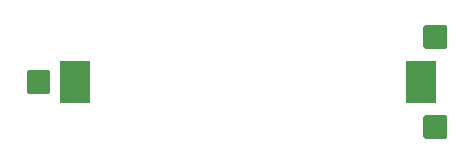
<source format=gts>
%TF.GenerationSoftware,KiCad,Pcbnew,(5.1.9)-1*%
%TF.CreationDate,2021-07-26T22:25:14+08:00*%
%TF.ProjectId,BR-2slash3A,42522d32-736c-4617-9368-33412e6b6963,rev?*%
%TF.SameCoordinates,Original*%
%TF.FileFunction,Soldermask,Top*%
%TF.FilePolarity,Negative*%
%FSLAX46Y46*%
G04 Gerber Fmt 4.6, Leading zero omitted, Abs format (unit mm)*
G04 Created by KiCad (PCBNEW (5.1.9)-1) date 2021-07-26 22:25:14*
%MOMM*%
%LPD*%
G01*
G04 APERTURE LIST*
%ADD10R,2.600000X3.600000*%
G04 APERTURE END LIST*
D10*
%TO.C,BT1*%
X151175000Y-85090000D03*
X121875000Y-85090000D03*
%TD*%
%TO.C,H2*%
G36*
G01*
X151400000Y-89772000D02*
X151400000Y-88028000D01*
G75*
G02*
X151528000Y-87900000I128000J0D01*
G01*
X153272000Y-87900000D01*
G75*
G02*
X153400000Y-88028000I0J-128000D01*
G01*
X153400000Y-89772000D01*
G75*
G02*
X153272000Y-89900000I-128000J0D01*
G01*
X151528000Y-89900000D01*
G75*
G02*
X151400000Y-89772000I0J128000D01*
G01*
G37*
%TD*%
%TO.C,H1*%
G36*
G01*
X151400000Y-82152000D02*
X151400000Y-80408000D01*
G75*
G02*
X151528000Y-80280000I128000J0D01*
G01*
X153272000Y-80280000D01*
G75*
G02*
X153400000Y-80408000I0J-128000D01*
G01*
X153400000Y-82152000D01*
G75*
G02*
X153272000Y-82280000I-128000J0D01*
G01*
X151528000Y-82280000D01*
G75*
G02*
X151400000Y-82152000I0J128000D01*
G01*
G37*
%TD*%
%TO.C,H3*%
G36*
G01*
X117800000Y-85962000D02*
X117800000Y-84218000D01*
G75*
G02*
X117928000Y-84090000I128000J0D01*
G01*
X119672000Y-84090000D01*
G75*
G02*
X119800000Y-84218000I0J-128000D01*
G01*
X119800000Y-85962000D01*
G75*
G02*
X119672000Y-86090000I-128000J0D01*
G01*
X117928000Y-86090000D01*
G75*
G02*
X117800000Y-85962000I0J128000D01*
G01*
G37*
%TD*%
M02*

</source>
